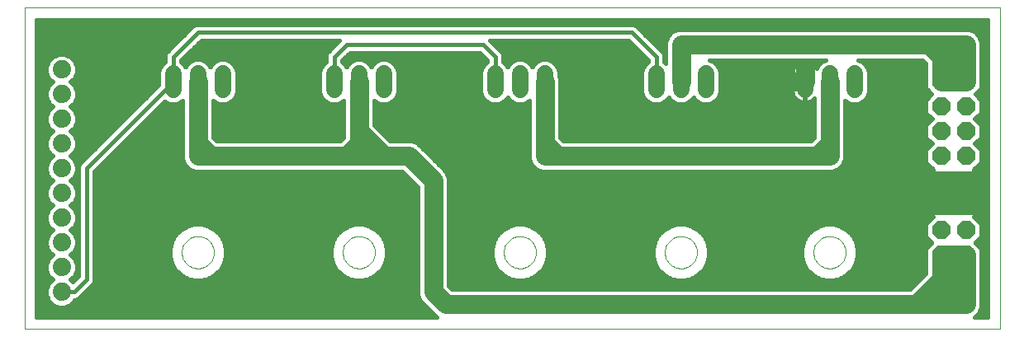
<source format=gtl>
G75*
%MOIN*%
%OFA0B0*%
%FSLAX24Y24*%
%IPPOS*%
%LPD*%
%AMOC8*
5,1,8,0,0,1.08239X$1,22.5*
%
%ADD10C,0.0000*%
%ADD11C,0.0660*%
%ADD12OC8,0.0740*%
%ADD13C,0.0740*%
%ADD14C,0.0760*%
%ADD15C,0.0160*%
%ADD16R,0.1660X0.1660*%
D10*
X000180Y000180D02*
X000180Y013176D01*
X039550Y013176D01*
X039550Y000180D01*
X000180Y000180D01*
X006530Y003280D02*
X006532Y003330D01*
X006538Y003380D01*
X006548Y003430D01*
X006561Y003478D01*
X006578Y003526D01*
X006599Y003572D01*
X006623Y003616D01*
X006651Y003658D01*
X006682Y003698D01*
X006716Y003735D01*
X006753Y003770D01*
X006792Y003801D01*
X006833Y003830D01*
X006877Y003855D01*
X006923Y003877D01*
X006970Y003895D01*
X007018Y003909D01*
X007067Y003920D01*
X007117Y003927D01*
X007167Y003930D01*
X007218Y003929D01*
X007268Y003924D01*
X007318Y003915D01*
X007366Y003903D01*
X007414Y003886D01*
X007460Y003866D01*
X007505Y003843D01*
X007548Y003816D01*
X007588Y003786D01*
X007626Y003753D01*
X007661Y003717D01*
X007694Y003678D01*
X007723Y003637D01*
X007749Y003594D01*
X007772Y003549D01*
X007791Y003502D01*
X007806Y003454D01*
X007818Y003405D01*
X007826Y003355D01*
X007830Y003305D01*
X007830Y003255D01*
X007826Y003205D01*
X007818Y003155D01*
X007806Y003106D01*
X007791Y003058D01*
X007772Y003011D01*
X007749Y002966D01*
X007723Y002923D01*
X007694Y002882D01*
X007661Y002843D01*
X007626Y002807D01*
X007588Y002774D01*
X007548Y002744D01*
X007505Y002717D01*
X007460Y002694D01*
X007414Y002674D01*
X007366Y002657D01*
X007318Y002645D01*
X007268Y002636D01*
X007218Y002631D01*
X007167Y002630D01*
X007117Y002633D01*
X007067Y002640D01*
X007018Y002651D01*
X006970Y002665D01*
X006923Y002683D01*
X006877Y002705D01*
X006833Y002730D01*
X006792Y002759D01*
X006753Y002790D01*
X006716Y002825D01*
X006682Y002862D01*
X006651Y002902D01*
X006623Y002944D01*
X006599Y002988D01*
X006578Y003034D01*
X006561Y003082D01*
X006548Y003130D01*
X006538Y003180D01*
X006532Y003230D01*
X006530Y003280D01*
X013030Y003280D02*
X013032Y003330D01*
X013038Y003380D01*
X013048Y003430D01*
X013061Y003478D01*
X013078Y003526D01*
X013099Y003572D01*
X013123Y003616D01*
X013151Y003658D01*
X013182Y003698D01*
X013216Y003735D01*
X013253Y003770D01*
X013292Y003801D01*
X013333Y003830D01*
X013377Y003855D01*
X013423Y003877D01*
X013470Y003895D01*
X013518Y003909D01*
X013567Y003920D01*
X013617Y003927D01*
X013667Y003930D01*
X013718Y003929D01*
X013768Y003924D01*
X013818Y003915D01*
X013866Y003903D01*
X013914Y003886D01*
X013960Y003866D01*
X014005Y003843D01*
X014048Y003816D01*
X014088Y003786D01*
X014126Y003753D01*
X014161Y003717D01*
X014194Y003678D01*
X014223Y003637D01*
X014249Y003594D01*
X014272Y003549D01*
X014291Y003502D01*
X014306Y003454D01*
X014318Y003405D01*
X014326Y003355D01*
X014330Y003305D01*
X014330Y003255D01*
X014326Y003205D01*
X014318Y003155D01*
X014306Y003106D01*
X014291Y003058D01*
X014272Y003011D01*
X014249Y002966D01*
X014223Y002923D01*
X014194Y002882D01*
X014161Y002843D01*
X014126Y002807D01*
X014088Y002774D01*
X014048Y002744D01*
X014005Y002717D01*
X013960Y002694D01*
X013914Y002674D01*
X013866Y002657D01*
X013818Y002645D01*
X013768Y002636D01*
X013718Y002631D01*
X013667Y002630D01*
X013617Y002633D01*
X013567Y002640D01*
X013518Y002651D01*
X013470Y002665D01*
X013423Y002683D01*
X013377Y002705D01*
X013333Y002730D01*
X013292Y002759D01*
X013253Y002790D01*
X013216Y002825D01*
X013182Y002862D01*
X013151Y002902D01*
X013123Y002944D01*
X013099Y002988D01*
X013078Y003034D01*
X013061Y003082D01*
X013048Y003130D01*
X013038Y003180D01*
X013032Y003230D01*
X013030Y003280D01*
X019530Y003280D02*
X019532Y003330D01*
X019538Y003380D01*
X019548Y003430D01*
X019561Y003478D01*
X019578Y003526D01*
X019599Y003572D01*
X019623Y003616D01*
X019651Y003658D01*
X019682Y003698D01*
X019716Y003735D01*
X019753Y003770D01*
X019792Y003801D01*
X019833Y003830D01*
X019877Y003855D01*
X019923Y003877D01*
X019970Y003895D01*
X020018Y003909D01*
X020067Y003920D01*
X020117Y003927D01*
X020167Y003930D01*
X020218Y003929D01*
X020268Y003924D01*
X020318Y003915D01*
X020366Y003903D01*
X020414Y003886D01*
X020460Y003866D01*
X020505Y003843D01*
X020548Y003816D01*
X020588Y003786D01*
X020626Y003753D01*
X020661Y003717D01*
X020694Y003678D01*
X020723Y003637D01*
X020749Y003594D01*
X020772Y003549D01*
X020791Y003502D01*
X020806Y003454D01*
X020818Y003405D01*
X020826Y003355D01*
X020830Y003305D01*
X020830Y003255D01*
X020826Y003205D01*
X020818Y003155D01*
X020806Y003106D01*
X020791Y003058D01*
X020772Y003011D01*
X020749Y002966D01*
X020723Y002923D01*
X020694Y002882D01*
X020661Y002843D01*
X020626Y002807D01*
X020588Y002774D01*
X020548Y002744D01*
X020505Y002717D01*
X020460Y002694D01*
X020414Y002674D01*
X020366Y002657D01*
X020318Y002645D01*
X020268Y002636D01*
X020218Y002631D01*
X020167Y002630D01*
X020117Y002633D01*
X020067Y002640D01*
X020018Y002651D01*
X019970Y002665D01*
X019923Y002683D01*
X019877Y002705D01*
X019833Y002730D01*
X019792Y002759D01*
X019753Y002790D01*
X019716Y002825D01*
X019682Y002862D01*
X019651Y002902D01*
X019623Y002944D01*
X019599Y002988D01*
X019578Y003034D01*
X019561Y003082D01*
X019548Y003130D01*
X019538Y003180D01*
X019532Y003230D01*
X019530Y003280D01*
X026030Y003280D02*
X026032Y003330D01*
X026038Y003380D01*
X026048Y003430D01*
X026061Y003478D01*
X026078Y003526D01*
X026099Y003572D01*
X026123Y003616D01*
X026151Y003658D01*
X026182Y003698D01*
X026216Y003735D01*
X026253Y003770D01*
X026292Y003801D01*
X026333Y003830D01*
X026377Y003855D01*
X026423Y003877D01*
X026470Y003895D01*
X026518Y003909D01*
X026567Y003920D01*
X026617Y003927D01*
X026667Y003930D01*
X026718Y003929D01*
X026768Y003924D01*
X026818Y003915D01*
X026866Y003903D01*
X026914Y003886D01*
X026960Y003866D01*
X027005Y003843D01*
X027048Y003816D01*
X027088Y003786D01*
X027126Y003753D01*
X027161Y003717D01*
X027194Y003678D01*
X027223Y003637D01*
X027249Y003594D01*
X027272Y003549D01*
X027291Y003502D01*
X027306Y003454D01*
X027318Y003405D01*
X027326Y003355D01*
X027330Y003305D01*
X027330Y003255D01*
X027326Y003205D01*
X027318Y003155D01*
X027306Y003106D01*
X027291Y003058D01*
X027272Y003011D01*
X027249Y002966D01*
X027223Y002923D01*
X027194Y002882D01*
X027161Y002843D01*
X027126Y002807D01*
X027088Y002774D01*
X027048Y002744D01*
X027005Y002717D01*
X026960Y002694D01*
X026914Y002674D01*
X026866Y002657D01*
X026818Y002645D01*
X026768Y002636D01*
X026718Y002631D01*
X026667Y002630D01*
X026617Y002633D01*
X026567Y002640D01*
X026518Y002651D01*
X026470Y002665D01*
X026423Y002683D01*
X026377Y002705D01*
X026333Y002730D01*
X026292Y002759D01*
X026253Y002790D01*
X026216Y002825D01*
X026182Y002862D01*
X026151Y002902D01*
X026123Y002944D01*
X026099Y002988D01*
X026078Y003034D01*
X026061Y003082D01*
X026048Y003130D01*
X026038Y003180D01*
X026032Y003230D01*
X026030Y003280D01*
X032030Y003280D02*
X032032Y003330D01*
X032038Y003380D01*
X032048Y003430D01*
X032061Y003478D01*
X032078Y003526D01*
X032099Y003572D01*
X032123Y003616D01*
X032151Y003658D01*
X032182Y003698D01*
X032216Y003735D01*
X032253Y003770D01*
X032292Y003801D01*
X032333Y003830D01*
X032377Y003855D01*
X032423Y003877D01*
X032470Y003895D01*
X032518Y003909D01*
X032567Y003920D01*
X032617Y003927D01*
X032667Y003930D01*
X032718Y003929D01*
X032768Y003924D01*
X032818Y003915D01*
X032866Y003903D01*
X032914Y003886D01*
X032960Y003866D01*
X033005Y003843D01*
X033048Y003816D01*
X033088Y003786D01*
X033126Y003753D01*
X033161Y003717D01*
X033194Y003678D01*
X033223Y003637D01*
X033249Y003594D01*
X033272Y003549D01*
X033291Y003502D01*
X033306Y003454D01*
X033318Y003405D01*
X033326Y003355D01*
X033330Y003305D01*
X033330Y003255D01*
X033326Y003205D01*
X033318Y003155D01*
X033306Y003106D01*
X033291Y003058D01*
X033272Y003011D01*
X033249Y002966D01*
X033223Y002923D01*
X033194Y002882D01*
X033161Y002843D01*
X033126Y002807D01*
X033088Y002774D01*
X033048Y002744D01*
X033005Y002717D01*
X032960Y002694D01*
X032914Y002674D01*
X032866Y002657D01*
X032818Y002645D01*
X032768Y002636D01*
X032718Y002631D01*
X032667Y002630D01*
X032617Y002633D01*
X032567Y002640D01*
X032518Y002651D01*
X032470Y002665D01*
X032423Y002683D01*
X032377Y002705D01*
X032333Y002730D01*
X032292Y002759D01*
X032253Y002790D01*
X032216Y002825D01*
X032182Y002862D01*
X032151Y002902D01*
X032123Y002944D01*
X032099Y002988D01*
X032078Y003034D01*
X032061Y003082D01*
X032048Y003130D01*
X032038Y003180D01*
X032032Y003230D01*
X032030Y003280D01*
D11*
X031680Y009850D02*
X031680Y010510D01*
X032680Y010510D02*
X032680Y009850D01*
X033680Y009850D02*
X033680Y010510D01*
X027680Y010510D02*
X027680Y009850D01*
X026680Y009850D02*
X026680Y010510D01*
X025680Y010510D02*
X025680Y009850D01*
X021180Y009850D02*
X021180Y010510D01*
X020180Y010510D02*
X020180Y009850D01*
X019180Y009850D02*
X019180Y010510D01*
X014680Y010510D02*
X014680Y009850D01*
X013680Y009850D02*
X013680Y010510D01*
X012680Y010510D02*
X012680Y009850D01*
X008180Y009850D02*
X008180Y010510D01*
X007180Y010510D02*
X007180Y009850D01*
X006180Y009850D02*
X006180Y010510D01*
D12*
X037180Y010180D03*
X038180Y010180D03*
X038180Y011180D03*
X037180Y011180D03*
X037180Y009180D03*
X038180Y009180D03*
X038180Y008180D03*
X037180Y008180D03*
X037180Y007180D03*
X038180Y007180D03*
X038180Y006180D03*
X037180Y006180D03*
X037180Y005180D03*
X038180Y005180D03*
X038180Y004180D03*
X037180Y004180D03*
X037180Y003180D03*
X038180Y003180D03*
X038180Y002180D03*
X037180Y002180D03*
D13*
X001680Y001680D03*
X001680Y002680D03*
X001680Y003680D03*
X001680Y004680D03*
X001680Y005680D03*
X001680Y006680D03*
X001680Y007680D03*
X001680Y008680D03*
X001680Y009680D03*
X001680Y010680D03*
D14*
X007180Y010180D02*
X007180Y007680D01*
X007680Y007180D01*
X013180Y007180D01*
X014680Y007180D01*
X015680Y007180D01*
X016680Y006180D01*
X016680Y001680D01*
X017180Y001180D01*
X036180Y001180D01*
X038180Y001180D01*
X038180Y002180D01*
X037180Y002180D01*
X037680Y002680D01*
X037180Y003180D02*
X038180Y003180D01*
X038180Y002180D01*
X037180Y002180D02*
X037180Y003180D01*
X037180Y002180D02*
X036180Y001180D01*
X037180Y001680D02*
X037680Y001680D01*
X037180Y005180D02*
X036680Y005180D01*
X037180Y005180D02*
X037180Y006180D01*
X037680Y005680D01*
X037180Y006180D02*
X036680Y006180D01*
X037180Y006180D02*
X038180Y006180D01*
X038180Y005180D01*
X037180Y005180D01*
X038180Y005180D02*
X038680Y005180D01*
X038680Y006180D02*
X038180Y006180D01*
X032680Y007180D02*
X032180Y007180D01*
X032680Y007680D01*
X032680Y010180D01*
X032680Y007180D01*
X032180Y007180D02*
X021680Y007180D01*
X021180Y007180D01*
X021180Y007680D01*
X021680Y007180D01*
X021180Y007680D02*
X021180Y010180D01*
X026680Y010180D02*
X026680Y011680D01*
X036680Y011680D01*
X038180Y011680D01*
X038180Y011180D01*
X037680Y010680D01*
X037180Y011180D01*
X038180Y011180D01*
X038180Y010180D01*
X037180Y010180D01*
X037180Y011180D01*
X036680Y011680D01*
X031680Y010680D02*
X031680Y010180D01*
X031180Y010180D01*
X014680Y007180D02*
X013680Y008180D01*
X013680Y010180D01*
X013680Y007680D01*
X013180Y007180D01*
X007680Y007180D02*
X007180Y007180D01*
X007180Y007680D01*
D15*
X007800Y007937D02*
X007937Y007800D01*
X012923Y007800D01*
X013060Y007937D01*
X013060Y009424D01*
X013003Y009367D01*
X012793Y009280D01*
X012567Y009280D01*
X012357Y009367D01*
X012197Y009527D01*
X012110Y009737D01*
X012110Y010623D01*
X012197Y010833D01*
X012357Y010993D01*
X012360Y010994D01*
X012360Y011244D01*
X012409Y011361D01*
X012907Y011860D01*
X007313Y011860D01*
X006500Y011047D01*
X006500Y010994D01*
X006503Y010993D01*
X006663Y010833D01*
X006680Y010792D01*
X006697Y010833D01*
X006857Y010993D01*
X007067Y011080D01*
X007293Y011080D01*
X007503Y010993D01*
X007663Y010833D01*
X007680Y010792D01*
X007697Y010833D01*
X007857Y010993D01*
X008067Y011080D01*
X008293Y011080D01*
X008503Y010993D01*
X008663Y010833D01*
X008750Y010623D01*
X008750Y009737D01*
X008663Y009527D01*
X008503Y009367D01*
X008293Y009280D01*
X008067Y009280D01*
X007857Y009367D01*
X007800Y009424D01*
X007800Y007937D01*
X007800Y007947D02*
X013060Y007947D01*
X013060Y008105D02*
X007800Y008105D01*
X007800Y008264D02*
X013060Y008264D01*
X013060Y008422D02*
X007800Y008422D01*
X007800Y008581D02*
X013060Y008581D01*
X013060Y008739D02*
X007800Y008739D01*
X007800Y008898D02*
X013060Y008898D01*
X013060Y009056D02*
X007800Y009056D01*
X007800Y009215D02*
X013060Y009215D01*
X013060Y009373D02*
X013009Y009373D01*
X012351Y009373D02*
X008509Y009373D01*
X008665Y009532D02*
X012195Y009532D01*
X012129Y009690D02*
X008731Y009690D01*
X008750Y009849D02*
X012110Y009849D01*
X012110Y010007D02*
X008750Y010007D01*
X008750Y010166D02*
X012110Y010166D01*
X012110Y010324D02*
X008750Y010324D01*
X008750Y010483D02*
X012110Y010483D01*
X012117Y010641D02*
X008743Y010641D01*
X008677Y010800D02*
X012183Y010800D01*
X012322Y010958D02*
X008538Y010958D01*
X007822Y010958D02*
X007538Y010958D01*
X006822Y010958D02*
X006538Y010958D01*
X006569Y011117D02*
X012360Y011117D01*
X012373Y011275D02*
X006728Y011275D01*
X006886Y011434D02*
X012481Y011434D01*
X012639Y011592D02*
X007045Y011592D01*
X007203Y011751D02*
X012798Y011751D01*
X013180Y011680D02*
X018680Y011680D01*
X019180Y011180D01*
X019180Y010180D01*
X018610Y010166D02*
X015250Y010166D01*
X015250Y010324D02*
X018610Y010324D01*
X018610Y010483D02*
X015250Y010483D01*
X015250Y010623D02*
X015163Y010833D01*
X015003Y010993D01*
X014793Y011080D01*
X014567Y011080D01*
X014357Y010993D01*
X014197Y010833D01*
X014180Y010792D01*
X014163Y010833D01*
X014003Y010993D01*
X013793Y011080D01*
X013567Y011080D01*
X013357Y010993D01*
X013197Y010833D01*
X013180Y010792D01*
X013163Y010833D01*
X013003Y010993D01*
X013000Y010994D01*
X013000Y011047D01*
X013313Y011360D01*
X018547Y011360D01*
X018860Y011047D01*
X018860Y010994D01*
X018857Y010993D01*
X018697Y010833D01*
X018610Y010623D01*
X018610Y009737D01*
X018697Y009527D01*
X018857Y009367D01*
X019067Y009280D01*
X019293Y009280D01*
X019503Y009367D01*
X019663Y009527D01*
X019680Y009568D01*
X019697Y009527D01*
X019857Y009367D01*
X020067Y009280D01*
X020293Y009280D01*
X020503Y009367D01*
X020560Y009424D01*
X020560Y007057D01*
X020654Y006829D01*
X020829Y006654D01*
X021057Y006560D01*
X032803Y006560D01*
X033031Y006654D01*
X033206Y006829D01*
X033300Y007057D01*
X033300Y009424D01*
X033357Y009367D01*
X033567Y009280D01*
X033793Y009280D01*
X034003Y009367D01*
X034163Y009527D01*
X034250Y009737D01*
X034250Y010623D01*
X034163Y010833D01*
X034003Y010993D01*
X033842Y011060D01*
X036423Y011060D01*
X036560Y010923D01*
X036560Y010057D01*
X036570Y010033D01*
X036570Y009927D01*
X036644Y009853D01*
X036654Y009829D01*
X036810Y009673D01*
X036570Y009433D01*
X036570Y008927D01*
X036817Y008680D01*
X036570Y008433D01*
X036570Y007927D01*
X036817Y007680D01*
X036570Y007433D01*
X036570Y006927D01*
X036860Y006638D01*
X036630Y006408D01*
X036630Y006200D01*
X037160Y006200D01*
X037160Y006160D01*
X036630Y006160D01*
X036630Y005952D01*
X036902Y005680D01*
X036630Y005408D01*
X036630Y005200D01*
X037160Y005200D01*
X037160Y006160D01*
X037200Y006160D01*
X037200Y006200D01*
X037730Y006200D01*
X038160Y006200D01*
X038160Y006160D01*
X037200Y006160D01*
X037200Y005630D01*
X037200Y005200D01*
X037160Y005200D01*
X037160Y005160D01*
X036630Y005160D01*
X036630Y004952D01*
X036860Y004722D01*
X036570Y004433D01*
X036570Y003927D01*
X036810Y003687D01*
X036654Y003531D01*
X036644Y003507D01*
X036570Y003433D01*
X036570Y003327D01*
X036560Y003303D01*
X036560Y002437D01*
X035923Y001800D01*
X017437Y001800D01*
X017300Y001937D01*
X017300Y006303D01*
X017206Y006531D01*
X017031Y006706D01*
X016031Y007706D01*
X015803Y007800D01*
X014937Y007800D01*
X014300Y008437D01*
X014300Y009424D01*
X014357Y009367D01*
X014567Y009280D01*
X014793Y009280D01*
X015003Y009367D01*
X015163Y009527D01*
X015250Y009737D01*
X015250Y010623D01*
X015243Y010641D02*
X018617Y010641D01*
X018683Y010800D02*
X015177Y010800D01*
X015038Y010958D02*
X018822Y010958D01*
X018791Y011117D02*
X013069Y011117D01*
X013038Y010958D02*
X013322Y010958D01*
X013183Y010800D02*
X013177Y010800D01*
X014038Y010958D02*
X014322Y010958D01*
X014183Y010800D02*
X014177Y010800D01*
X013228Y011275D02*
X018632Y011275D01*
X018953Y011860D02*
X019361Y011451D01*
X019451Y011361D01*
X019500Y011244D01*
X019500Y010994D01*
X019503Y010993D01*
X019663Y010833D01*
X019680Y010792D01*
X019697Y010833D01*
X019857Y010993D01*
X020067Y011080D01*
X020293Y011080D01*
X020503Y010993D01*
X020663Y010833D01*
X020680Y010792D01*
X020697Y010833D01*
X020857Y010993D01*
X021067Y011080D01*
X021293Y011080D01*
X021503Y010993D01*
X021663Y010833D01*
X021750Y010623D01*
X021750Y010424D01*
X021800Y010303D01*
X021800Y007937D01*
X021937Y007800D01*
X031923Y007800D01*
X032060Y007937D01*
X032060Y009509D01*
X032012Y009461D01*
X031947Y009414D01*
X031876Y009377D01*
X031799Y009353D01*
X031720Y009340D01*
X031710Y009340D01*
X031710Y010150D01*
X031650Y010150D01*
X031650Y009340D01*
X031640Y009340D01*
X031561Y009353D01*
X031484Y009377D01*
X031413Y009414D01*
X031348Y009461D01*
X031291Y009518D01*
X031244Y009583D01*
X031207Y009654D01*
X031183Y009731D01*
X031170Y009810D01*
X031170Y010150D01*
X031650Y010150D01*
X031650Y010210D01*
X031650Y011020D01*
X031640Y011020D01*
X031561Y011007D01*
X031484Y010983D01*
X031413Y010946D01*
X031348Y010899D01*
X031291Y010842D01*
X031244Y010777D01*
X031207Y010706D01*
X031183Y010629D01*
X031170Y010550D01*
X031170Y010210D01*
X031650Y010210D01*
X031710Y010210D01*
X031710Y011020D01*
X031720Y011020D01*
X031799Y011007D01*
X031876Y010983D01*
X031947Y010946D01*
X032012Y010899D01*
X032069Y010842D01*
X032116Y010777D01*
X032148Y010715D01*
X032197Y010833D01*
X032357Y010993D01*
X032518Y011060D01*
X027842Y011060D01*
X028003Y010993D01*
X028163Y010833D01*
X028250Y010623D01*
X028250Y009737D01*
X028163Y009527D01*
X028003Y009367D01*
X027793Y009280D01*
X027567Y009280D01*
X027357Y009367D01*
X027197Y009527D01*
X027180Y009568D01*
X027163Y009527D01*
X027003Y009367D01*
X026793Y009280D01*
X026567Y009280D01*
X026357Y009367D01*
X026197Y009527D01*
X026180Y009568D01*
X026163Y009527D01*
X026003Y009367D01*
X025793Y009280D01*
X025567Y009280D01*
X025357Y009367D01*
X025197Y009527D01*
X025110Y009737D01*
X025110Y010623D01*
X025197Y010833D01*
X025357Y010993D01*
X025360Y010994D01*
X025360Y011047D01*
X024547Y011860D01*
X018953Y011860D01*
X019062Y011751D02*
X024657Y011751D01*
X024815Y011592D02*
X019221Y011592D01*
X019379Y011434D02*
X024974Y011434D01*
X025132Y011275D02*
X019487Y011275D01*
X019500Y011117D02*
X025291Y011117D01*
X025322Y010958D02*
X021538Y010958D01*
X021677Y010800D02*
X025183Y010800D01*
X025117Y010641D02*
X021743Y010641D01*
X021750Y010483D02*
X025110Y010483D01*
X025110Y010324D02*
X021791Y010324D01*
X021800Y010166D02*
X025110Y010166D01*
X025110Y010007D02*
X021800Y010007D01*
X021800Y009849D02*
X025110Y009849D01*
X025129Y009690D02*
X021800Y009690D01*
X021800Y009532D02*
X025195Y009532D01*
X025351Y009373D02*
X021800Y009373D01*
X021800Y009215D02*
X032060Y009215D01*
X032060Y009056D02*
X021800Y009056D01*
X021800Y008898D02*
X032060Y008898D01*
X032060Y008739D02*
X021800Y008739D01*
X021800Y008581D02*
X032060Y008581D01*
X032060Y008422D02*
X021800Y008422D01*
X021800Y008264D02*
X032060Y008264D01*
X032060Y008105D02*
X021800Y008105D01*
X021800Y007947D02*
X032060Y007947D01*
X033300Y007947D02*
X036570Y007947D01*
X036570Y008105D02*
X033300Y008105D01*
X033300Y008264D02*
X036570Y008264D01*
X036570Y008422D02*
X033300Y008422D01*
X033300Y008581D02*
X036718Y008581D01*
X036758Y008739D02*
X033300Y008739D01*
X033300Y008898D02*
X036600Y008898D01*
X036570Y009056D02*
X033300Y009056D01*
X033300Y009215D02*
X036570Y009215D01*
X036570Y009373D02*
X034009Y009373D01*
X034165Y009532D02*
X036669Y009532D01*
X036793Y009690D02*
X034231Y009690D01*
X034250Y009849D02*
X036646Y009849D01*
X036570Y010007D02*
X034250Y010007D01*
X034250Y010166D02*
X036560Y010166D01*
X036560Y010324D02*
X034250Y010324D01*
X034250Y010483D02*
X036560Y010483D01*
X036560Y010641D02*
X034243Y010641D01*
X034177Y010800D02*
X036560Y010800D01*
X036525Y010958D02*
X034038Y010958D01*
X032322Y010958D02*
X031924Y010958D01*
X031710Y010958D02*
X031650Y010958D01*
X031436Y010958D02*
X028038Y010958D01*
X028177Y010800D02*
X031260Y010800D01*
X031186Y010641D02*
X028243Y010641D01*
X028250Y010483D02*
X031170Y010483D01*
X031170Y010324D02*
X028250Y010324D01*
X028250Y010166D02*
X031650Y010166D01*
X031650Y010324D02*
X031710Y010324D01*
X031710Y010483D02*
X031650Y010483D01*
X031650Y010641D02*
X031710Y010641D01*
X031710Y010800D02*
X031650Y010800D01*
X032100Y010800D02*
X032183Y010800D01*
X031710Y010007D02*
X031650Y010007D01*
X031650Y009849D02*
X031710Y009849D01*
X031710Y009690D02*
X031650Y009690D01*
X031650Y009532D02*
X031710Y009532D01*
X031710Y009373D02*
X031650Y009373D01*
X031498Y009373D02*
X028009Y009373D01*
X028165Y009532D02*
X031281Y009532D01*
X031196Y009690D02*
X028231Y009690D01*
X028250Y009849D02*
X031170Y009849D01*
X031170Y010007D02*
X028250Y010007D01*
X027195Y009532D02*
X027165Y009532D01*
X027009Y009373D02*
X027351Y009373D01*
X026351Y009373D02*
X026009Y009373D01*
X026165Y009532D02*
X026195Y009532D01*
X025680Y010180D02*
X025680Y011180D01*
X024680Y012180D01*
X007180Y012180D01*
X006180Y011180D01*
X006180Y010180D01*
X002680Y006680D01*
X002680Y002180D01*
X002180Y001680D01*
X001680Y001680D01*
X001116Y001448D02*
X000660Y001448D01*
X000660Y001290D02*
X001208Y001290D01*
X001163Y001334D02*
X001334Y001163D01*
X001559Y001070D01*
X001801Y001070D01*
X002026Y001163D01*
X002197Y001334D01*
X002208Y001360D01*
X002244Y001360D01*
X002361Y001409D01*
X002861Y001909D01*
X002951Y001999D01*
X003000Y002116D01*
X003000Y006547D01*
X005838Y009386D01*
X005857Y009367D01*
X006067Y009280D01*
X006293Y009280D01*
X006503Y009367D01*
X006560Y009424D01*
X006560Y007057D01*
X006654Y006829D01*
X006829Y006654D01*
X007057Y006560D01*
X015423Y006560D01*
X016060Y005923D01*
X016060Y001557D01*
X016154Y001329D01*
X016654Y000829D01*
X016823Y000660D01*
X000660Y000660D01*
X000660Y012696D01*
X039070Y012696D01*
X039070Y000660D01*
X038537Y000660D01*
X038706Y000829D01*
X038800Y001057D01*
X038800Y003303D01*
X038790Y003327D01*
X038790Y003433D01*
X038716Y003507D01*
X038706Y003531D01*
X038550Y003687D01*
X038790Y003927D01*
X038790Y004433D01*
X038500Y004722D01*
X038730Y004952D01*
X038730Y005160D01*
X038200Y005160D01*
X038200Y005200D01*
X038730Y005200D01*
X038730Y005408D01*
X038458Y005680D01*
X038730Y005952D01*
X038730Y006160D01*
X038200Y006160D01*
X038200Y006200D01*
X038730Y006200D01*
X038730Y006408D01*
X038500Y006638D01*
X038790Y006927D01*
X038790Y007433D01*
X038543Y007680D01*
X038790Y007927D01*
X038790Y008433D01*
X038543Y008680D01*
X038790Y008927D01*
X038790Y009433D01*
X038550Y009673D01*
X038706Y009829D01*
X038716Y009853D01*
X038790Y009927D01*
X038790Y010033D01*
X038800Y010057D01*
X038800Y011803D01*
X038706Y012031D01*
X038531Y012206D01*
X038303Y012300D01*
X026557Y012300D01*
X026329Y012206D01*
X026154Y012031D01*
X026060Y011803D01*
X026060Y010936D01*
X026003Y010993D01*
X026000Y010994D01*
X026000Y011244D01*
X025951Y011361D01*
X025861Y011451D01*
X024861Y012451D01*
X024744Y012500D01*
X007116Y012500D01*
X006999Y012451D01*
X006909Y012361D01*
X005909Y011361D01*
X005860Y011244D01*
X005860Y010994D01*
X005857Y010993D01*
X005697Y010833D01*
X005610Y010623D01*
X005610Y010063D01*
X002409Y006861D01*
X002360Y006744D01*
X002360Y002313D01*
X002135Y002088D01*
X002043Y002180D01*
X002197Y002334D01*
X002290Y002559D01*
X002290Y002801D01*
X002197Y003026D01*
X002043Y003180D01*
X002197Y003334D01*
X002290Y003559D01*
X002290Y003801D01*
X002197Y004026D01*
X002043Y004180D01*
X002197Y004334D01*
X002290Y004559D01*
X002290Y004801D01*
X002197Y005026D01*
X002043Y005180D01*
X002197Y005334D01*
X002290Y005559D01*
X002290Y005801D01*
X002197Y006026D01*
X002043Y006180D01*
X002197Y006334D01*
X002290Y006559D01*
X002290Y006801D01*
X002197Y007026D01*
X002043Y007180D01*
X002197Y007334D01*
X002290Y007559D01*
X002290Y007801D01*
X002197Y008026D01*
X002043Y008180D01*
X002197Y008334D01*
X002290Y008559D01*
X002290Y008801D01*
X002197Y009026D01*
X002043Y009180D01*
X002197Y009334D01*
X002290Y009559D01*
X002290Y009801D01*
X002197Y010026D01*
X002043Y010180D01*
X002197Y010334D01*
X002290Y010559D01*
X002290Y010801D01*
X002197Y011026D01*
X002026Y011197D01*
X001801Y011290D01*
X001559Y011290D01*
X001334Y011197D01*
X001163Y011026D01*
X001070Y010801D01*
X001070Y010559D01*
X001163Y010334D01*
X001317Y010180D01*
X001163Y010026D01*
X001070Y009801D01*
X001070Y009559D01*
X001163Y009334D01*
X001317Y009180D01*
X001163Y009026D01*
X001070Y008801D01*
X001070Y008559D01*
X001163Y008334D01*
X001317Y008180D01*
X001163Y008026D01*
X001070Y007801D01*
X001070Y007559D01*
X001163Y007334D01*
X001317Y007180D01*
X001163Y007026D01*
X001070Y006801D01*
X001070Y006559D01*
X001163Y006334D01*
X001317Y006180D01*
X001163Y006026D01*
X001070Y005801D01*
X001070Y005559D01*
X001163Y005334D01*
X001317Y005180D01*
X001163Y005026D01*
X001070Y004801D01*
X001070Y004559D01*
X001163Y004334D01*
X001317Y004180D01*
X001163Y004026D01*
X001070Y003801D01*
X001070Y003559D01*
X001163Y003334D01*
X001317Y003180D01*
X001163Y003026D01*
X001070Y002801D01*
X001070Y002559D01*
X001163Y002334D01*
X001317Y002180D01*
X001163Y002026D01*
X001070Y001801D01*
X001070Y001559D01*
X001163Y001334D01*
X001411Y001131D02*
X000660Y001131D01*
X000660Y000973D02*
X016511Y000973D01*
X016352Y001131D02*
X001949Y001131D01*
X002152Y001290D02*
X016194Y001290D01*
X016105Y001448D02*
X002401Y001448D01*
X002559Y001607D02*
X016060Y001607D01*
X016060Y001765D02*
X002718Y001765D01*
X002876Y001924D02*
X016060Y001924D01*
X016060Y002082D02*
X002986Y002082D01*
X003000Y002241D02*
X006720Y002241D01*
X006744Y002227D02*
X007031Y002150D01*
X007329Y002150D01*
X007616Y002227D01*
X007874Y002376D01*
X008084Y002586D01*
X008233Y002844D01*
X008310Y003131D01*
X008310Y003429D01*
X008233Y003716D01*
X008084Y003974D01*
X007874Y004184D01*
X007616Y004333D01*
X007329Y004410D01*
X007031Y004410D01*
X006744Y004333D01*
X006486Y004184D01*
X006276Y003974D01*
X006127Y003716D01*
X006050Y003429D01*
X006050Y003131D01*
X006127Y002844D01*
X006276Y002586D01*
X006486Y002376D01*
X006744Y002227D01*
X006463Y002399D02*
X003000Y002399D01*
X003000Y002558D02*
X006304Y002558D01*
X006201Y002716D02*
X003000Y002716D01*
X003000Y002875D02*
X006119Y002875D01*
X006076Y003033D02*
X003000Y003033D01*
X003000Y003192D02*
X006050Y003192D01*
X006050Y003350D02*
X003000Y003350D01*
X003000Y003509D02*
X006071Y003509D01*
X006114Y003667D02*
X003000Y003667D01*
X003000Y003826D02*
X006190Y003826D01*
X006286Y003984D02*
X003000Y003984D01*
X003000Y004143D02*
X006444Y004143D01*
X006688Y004301D02*
X003000Y004301D01*
X003000Y004460D02*
X016060Y004460D01*
X016060Y004618D02*
X003000Y004618D01*
X003000Y004777D02*
X016060Y004777D01*
X016060Y004935D02*
X003000Y004935D01*
X003000Y005094D02*
X016060Y005094D01*
X016060Y005252D02*
X003000Y005252D01*
X003000Y005411D02*
X016060Y005411D01*
X016060Y005569D02*
X003000Y005569D01*
X003000Y005728D02*
X016060Y005728D01*
X016060Y005886D02*
X003000Y005886D01*
X003000Y006045D02*
X015939Y006045D01*
X015780Y006203D02*
X003000Y006203D01*
X003000Y006362D02*
X015622Y006362D01*
X015463Y006520D02*
X003000Y006520D01*
X003131Y006679D02*
X006805Y006679D01*
X006651Y006837D02*
X003290Y006837D01*
X003448Y006996D02*
X006585Y006996D01*
X006560Y007154D02*
X003607Y007154D01*
X003765Y007313D02*
X006560Y007313D01*
X006560Y007471D02*
X003924Y007471D01*
X004082Y007630D02*
X006560Y007630D01*
X006560Y007788D02*
X004241Y007788D01*
X004399Y007947D02*
X006560Y007947D01*
X006560Y008105D02*
X004558Y008105D01*
X004716Y008264D02*
X006560Y008264D01*
X006560Y008422D02*
X004875Y008422D01*
X005033Y008581D02*
X006560Y008581D01*
X006560Y008739D02*
X005192Y008739D01*
X005350Y008898D02*
X006560Y008898D01*
X006560Y009056D02*
X005509Y009056D01*
X005667Y009215D02*
X006560Y009215D01*
X006560Y009373D02*
X006509Y009373D01*
X005851Y009373D02*
X005826Y009373D01*
X005237Y009690D02*
X002290Y009690D01*
X002279Y009532D02*
X005079Y009532D01*
X004920Y009373D02*
X002213Y009373D01*
X002077Y009215D02*
X004762Y009215D01*
X004603Y009056D02*
X002167Y009056D01*
X002250Y008898D02*
X004445Y008898D01*
X004286Y008739D02*
X002290Y008739D01*
X002290Y008581D02*
X004128Y008581D01*
X003969Y008422D02*
X002233Y008422D01*
X002126Y008264D02*
X003811Y008264D01*
X003652Y008105D02*
X002118Y008105D01*
X002230Y007947D02*
X003494Y007947D01*
X003335Y007788D02*
X002290Y007788D01*
X002290Y007630D02*
X003177Y007630D01*
X003018Y007471D02*
X002254Y007471D01*
X002175Y007313D02*
X002860Y007313D01*
X002701Y007154D02*
X002069Y007154D01*
X002210Y006996D02*
X002543Y006996D01*
X002399Y006837D02*
X002275Y006837D01*
X002290Y006679D02*
X002360Y006679D01*
X002360Y006520D02*
X002274Y006520D01*
X002208Y006362D02*
X002360Y006362D01*
X002360Y006203D02*
X002066Y006203D01*
X002178Y006045D02*
X002360Y006045D01*
X002360Y005886D02*
X002255Y005886D01*
X002290Y005728D02*
X002360Y005728D01*
X002360Y005569D02*
X002290Y005569D01*
X002229Y005411D02*
X002360Y005411D01*
X002360Y005252D02*
X002115Y005252D01*
X002129Y005094D02*
X002360Y005094D01*
X002360Y004935D02*
X002235Y004935D01*
X002290Y004777D02*
X002360Y004777D01*
X002360Y004618D02*
X002290Y004618D01*
X002249Y004460D02*
X002360Y004460D01*
X002360Y004301D02*
X002164Y004301D01*
X002080Y004143D02*
X002360Y004143D01*
X002360Y003984D02*
X002214Y003984D01*
X002280Y003826D02*
X002360Y003826D01*
X002360Y003667D02*
X002290Y003667D01*
X002269Y003509D02*
X002360Y003509D01*
X002360Y003350D02*
X002204Y003350D01*
X002054Y003192D02*
X002360Y003192D01*
X002360Y003033D02*
X002190Y003033D01*
X002260Y002875D02*
X002360Y002875D01*
X002360Y002716D02*
X002290Y002716D01*
X002290Y002558D02*
X002360Y002558D01*
X002360Y002399D02*
X002224Y002399D01*
X002288Y002241D02*
X002103Y002241D01*
X001257Y002241D02*
X000660Y002241D01*
X000660Y002399D02*
X001136Y002399D01*
X001070Y002558D02*
X000660Y002558D01*
X000660Y002716D02*
X001070Y002716D01*
X001100Y002875D02*
X000660Y002875D01*
X000660Y003033D02*
X001170Y003033D01*
X001306Y003192D02*
X000660Y003192D01*
X000660Y003350D02*
X001156Y003350D01*
X001091Y003509D02*
X000660Y003509D01*
X000660Y003667D02*
X001070Y003667D01*
X001080Y003826D02*
X000660Y003826D01*
X000660Y003984D02*
X001146Y003984D01*
X001280Y004143D02*
X000660Y004143D01*
X000660Y004301D02*
X001196Y004301D01*
X001111Y004460D02*
X000660Y004460D01*
X000660Y004618D02*
X001070Y004618D01*
X001070Y004777D02*
X000660Y004777D01*
X000660Y004935D02*
X001125Y004935D01*
X001231Y005094D02*
X000660Y005094D01*
X000660Y005252D02*
X001245Y005252D01*
X001131Y005411D02*
X000660Y005411D01*
X000660Y005569D02*
X001070Y005569D01*
X001070Y005728D02*
X000660Y005728D01*
X000660Y005886D02*
X001105Y005886D01*
X001182Y006045D02*
X000660Y006045D01*
X000660Y006203D02*
X001294Y006203D01*
X001152Y006362D02*
X000660Y006362D01*
X000660Y006520D02*
X001086Y006520D01*
X001070Y006679D02*
X000660Y006679D01*
X000660Y006837D02*
X001085Y006837D01*
X001150Y006996D02*
X000660Y006996D01*
X000660Y007154D02*
X001291Y007154D01*
X001185Y007313D02*
X000660Y007313D01*
X000660Y007471D02*
X001106Y007471D01*
X001070Y007630D02*
X000660Y007630D01*
X000660Y007788D02*
X001070Y007788D01*
X001130Y007947D02*
X000660Y007947D01*
X000660Y008105D02*
X001242Y008105D01*
X001234Y008264D02*
X000660Y008264D01*
X000660Y008422D02*
X001127Y008422D01*
X001070Y008581D02*
X000660Y008581D01*
X000660Y008739D02*
X001070Y008739D01*
X001110Y008898D02*
X000660Y008898D01*
X000660Y009056D02*
X001193Y009056D01*
X001283Y009215D02*
X000660Y009215D01*
X000660Y009373D02*
X001147Y009373D01*
X001081Y009532D02*
X000660Y009532D01*
X000660Y009690D02*
X001070Y009690D01*
X001090Y009849D02*
X000660Y009849D01*
X000660Y010007D02*
X001155Y010007D01*
X001303Y010166D02*
X000660Y010166D01*
X000660Y010324D02*
X001173Y010324D01*
X001102Y010483D02*
X000660Y010483D01*
X000660Y010641D02*
X001070Y010641D01*
X001070Y010800D02*
X000660Y010800D01*
X000660Y010958D02*
X001135Y010958D01*
X001254Y011117D02*
X000660Y011117D01*
X000660Y011275D02*
X001522Y011275D01*
X001838Y011275D02*
X005873Y011275D01*
X005860Y011117D02*
X002106Y011117D01*
X002225Y010958D02*
X005822Y010958D01*
X005683Y010800D02*
X002290Y010800D01*
X002290Y010641D02*
X005617Y010641D01*
X005610Y010483D02*
X002258Y010483D01*
X002187Y010324D02*
X005610Y010324D01*
X005610Y010166D02*
X002057Y010166D01*
X002205Y010007D02*
X005554Y010007D01*
X005396Y009849D02*
X002270Y009849D01*
X006677Y010800D02*
X006683Y010800D01*
X007677Y010800D02*
X007683Y010800D01*
X005981Y011434D02*
X000660Y011434D01*
X000660Y011592D02*
X006139Y011592D01*
X006298Y011751D02*
X000660Y011751D01*
X000660Y011909D02*
X006456Y011909D01*
X006615Y012068D02*
X000660Y012068D01*
X000660Y012226D02*
X006773Y012226D01*
X006932Y012385D02*
X000660Y012385D01*
X000660Y012543D02*
X039070Y012543D01*
X039070Y012385D02*
X024928Y012385D01*
X025087Y012226D02*
X026378Y012226D01*
X026191Y012068D02*
X025245Y012068D01*
X025404Y011909D02*
X026104Y011909D01*
X026060Y011751D02*
X025562Y011751D01*
X025721Y011592D02*
X026060Y011592D01*
X026060Y011434D02*
X025879Y011434D01*
X025987Y011275D02*
X026060Y011275D01*
X026060Y011117D02*
X026000Y011117D01*
X026038Y010958D02*
X026060Y010958D01*
X020822Y010958D02*
X020538Y010958D01*
X020677Y010800D02*
X020683Y010800D01*
X019822Y010958D02*
X019538Y010958D01*
X019677Y010800D02*
X019683Y010800D01*
X018610Y010007D02*
X015250Y010007D01*
X015250Y009849D02*
X018610Y009849D01*
X018629Y009690D02*
X015231Y009690D01*
X015165Y009532D02*
X018695Y009532D01*
X018851Y009373D02*
X015009Y009373D01*
X014351Y009373D02*
X014300Y009373D01*
X014300Y009215D02*
X020560Y009215D01*
X020560Y009056D02*
X014300Y009056D01*
X014300Y008898D02*
X020560Y008898D01*
X020560Y008739D02*
X014300Y008739D01*
X014300Y008581D02*
X020560Y008581D01*
X020560Y008422D02*
X014315Y008422D01*
X014473Y008264D02*
X020560Y008264D01*
X020560Y008105D02*
X014632Y008105D01*
X014790Y007947D02*
X020560Y007947D01*
X020560Y007788D02*
X015832Y007788D01*
X016107Y007630D02*
X020560Y007630D01*
X020560Y007471D02*
X016266Y007471D01*
X016424Y007313D02*
X020560Y007313D01*
X020560Y007154D02*
X016583Y007154D01*
X016741Y006996D02*
X020585Y006996D01*
X020651Y006837D02*
X016900Y006837D01*
X017058Y006679D02*
X020805Y006679D01*
X017300Y006203D02*
X036630Y006203D01*
X036630Y006045D02*
X017300Y006045D01*
X017300Y005886D02*
X036696Y005886D01*
X037160Y005886D02*
X037200Y005886D01*
X037200Y006045D02*
X037160Y006045D01*
X037458Y005680D02*
X037680Y005902D01*
X037902Y005680D01*
X037680Y005458D01*
X037458Y005680D01*
X037505Y005728D02*
X037855Y005728D01*
X037791Y005569D02*
X037569Y005569D01*
X037200Y005569D02*
X037160Y005569D01*
X037160Y005411D02*
X037200Y005411D01*
X037200Y005252D02*
X037160Y005252D01*
X037200Y005200D02*
X037630Y005200D01*
X038160Y005200D01*
X038160Y006160D01*
X038200Y006160D01*
X038200Y005730D01*
X038200Y005200D01*
X038160Y005200D01*
X038160Y005160D01*
X037200Y005160D01*
X037200Y005200D01*
X036630Y005252D02*
X017300Y005252D01*
X017300Y005094D02*
X036630Y005094D01*
X036647Y004935D02*
X017300Y004935D01*
X017300Y004777D02*
X036806Y004777D01*
X036755Y004618D02*
X017300Y004618D01*
X017300Y004460D02*
X036597Y004460D01*
X036570Y004301D02*
X033172Y004301D01*
X033116Y004333D02*
X032829Y004410D01*
X032531Y004410D01*
X032244Y004333D01*
X031986Y004184D01*
X031776Y003974D01*
X031627Y003716D01*
X031550Y003429D01*
X031550Y003131D01*
X031627Y002844D01*
X031776Y002586D01*
X031986Y002376D01*
X032244Y002227D01*
X032531Y002150D01*
X032829Y002150D01*
X033116Y002227D01*
X033374Y002376D01*
X033584Y002586D01*
X033733Y002844D01*
X033810Y003131D01*
X033810Y003429D01*
X033733Y003716D01*
X033584Y003974D01*
X033374Y004184D01*
X033116Y004333D01*
X033416Y004143D02*
X036570Y004143D01*
X036570Y003984D02*
X033574Y003984D01*
X033670Y003826D02*
X036672Y003826D01*
X036790Y003667D02*
X033746Y003667D01*
X033789Y003509D02*
X036645Y003509D01*
X036570Y003350D02*
X033810Y003350D01*
X033810Y003192D02*
X036560Y003192D01*
X036560Y003033D02*
X033784Y003033D01*
X033741Y002875D02*
X036560Y002875D01*
X036560Y002716D02*
X033659Y002716D01*
X033556Y002558D02*
X036560Y002558D01*
X036522Y002399D02*
X033397Y002399D01*
X033140Y002241D02*
X036364Y002241D01*
X036205Y002082D02*
X017300Y002082D01*
X017300Y002241D02*
X019720Y002241D01*
X019744Y002227D02*
X020031Y002150D01*
X020329Y002150D01*
X020616Y002227D01*
X020874Y002376D01*
X021084Y002586D01*
X021233Y002844D01*
X021310Y003131D01*
X021310Y003429D01*
X021233Y003716D01*
X021084Y003974D01*
X020874Y004184D01*
X020616Y004333D01*
X020329Y004410D01*
X020031Y004410D01*
X019744Y004333D01*
X019486Y004184D01*
X019276Y003974D01*
X019127Y003716D01*
X019050Y003429D01*
X019050Y003131D01*
X019127Y002844D01*
X019276Y002586D01*
X019486Y002376D01*
X019744Y002227D01*
X019463Y002399D02*
X017300Y002399D01*
X017300Y002558D02*
X019304Y002558D01*
X019201Y002716D02*
X017300Y002716D01*
X017300Y002875D02*
X019119Y002875D01*
X019076Y003033D02*
X017300Y003033D01*
X017300Y003192D02*
X019050Y003192D01*
X019050Y003350D02*
X017300Y003350D01*
X017300Y003509D02*
X019071Y003509D01*
X019114Y003667D02*
X017300Y003667D01*
X017300Y003826D02*
X019190Y003826D01*
X019286Y003984D02*
X017300Y003984D01*
X017300Y004143D02*
X019444Y004143D01*
X019688Y004301D02*
X017300Y004301D01*
X016060Y004301D02*
X014172Y004301D01*
X014116Y004333D02*
X013829Y004410D01*
X013531Y004410D01*
X013244Y004333D01*
X012986Y004184D01*
X012776Y003974D01*
X012627Y003716D01*
X012550Y003429D01*
X012550Y003131D01*
X012627Y002844D01*
X012776Y002586D01*
X012986Y002376D01*
X013244Y002227D01*
X013531Y002150D01*
X013829Y002150D01*
X014116Y002227D01*
X014374Y002376D01*
X014584Y002586D01*
X014733Y002844D01*
X014810Y003131D01*
X014810Y003429D01*
X014733Y003716D01*
X014584Y003974D01*
X014374Y004184D01*
X014116Y004333D01*
X014416Y004143D02*
X016060Y004143D01*
X016060Y003984D02*
X014574Y003984D01*
X014670Y003826D02*
X016060Y003826D01*
X016060Y003667D02*
X014746Y003667D01*
X014789Y003509D02*
X016060Y003509D01*
X016060Y003350D02*
X014810Y003350D01*
X014810Y003192D02*
X016060Y003192D01*
X016060Y003033D02*
X014784Y003033D01*
X014741Y002875D02*
X016060Y002875D01*
X016060Y002716D02*
X014659Y002716D01*
X014556Y002558D02*
X016060Y002558D01*
X016060Y002399D02*
X014397Y002399D01*
X014140Y002241D02*
X016060Y002241D01*
X017313Y001924D02*
X036047Y001924D01*
X038800Y001924D02*
X039070Y001924D01*
X039070Y002082D02*
X038800Y002082D01*
X038800Y002241D02*
X039070Y002241D01*
X039070Y002399D02*
X038800Y002399D01*
X038800Y002558D02*
X039070Y002558D01*
X039070Y002716D02*
X038800Y002716D01*
X038800Y002875D02*
X039070Y002875D01*
X039070Y003033D02*
X038800Y003033D01*
X038800Y003192D02*
X039070Y003192D01*
X039070Y003350D02*
X038790Y003350D01*
X038715Y003509D02*
X039070Y003509D01*
X039070Y003667D02*
X038570Y003667D01*
X038688Y003826D02*
X039070Y003826D01*
X039070Y003984D02*
X038790Y003984D01*
X038790Y004143D02*
X039070Y004143D01*
X039070Y004301D02*
X038790Y004301D01*
X038763Y004460D02*
X039070Y004460D01*
X039070Y004618D02*
X038605Y004618D01*
X038554Y004777D02*
X039070Y004777D01*
X039070Y004935D02*
X038713Y004935D01*
X038730Y005094D02*
X039070Y005094D01*
X039070Y005252D02*
X038730Y005252D01*
X038727Y005411D02*
X039070Y005411D01*
X039070Y005569D02*
X038569Y005569D01*
X038505Y005728D02*
X039070Y005728D01*
X039070Y005886D02*
X038664Y005886D01*
X038730Y006045D02*
X039070Y006045D01*
X039070Y006203D02*
X038730Y006203D01*
X038730Y006362D02*
X039070Y006362D01*
X039070Y006520D02*
X038618Y006520D01*
X038541Y006679D02*
X039070Y006679D01*
X039070Y006837D02*
X038700Y006837D01*
X038790Y006996D02*
X039070Y006996D01*
X039070Y007154D02*
X038790Y007154D01*
X038790Y007313D02*
X039070Y007313D01*
X039070Y007471D02*
X038752Y007471D01*
X038593Y007630D02*
X039070Y007630D01*
X039070Y007788D02*
X038651Y007788D01*
X038790Y007947D02*
X039070Y007947D01*
X039070Y008105D02*
X038790Y008105D01*
X038790Y008264D02*
X039070Y008264D01*
X039070Y008422D02*
X038790Y008422D01*
X038642Y008581D02*
X039070Y008581D01*
X039070Y008739D02*
X038602Y008739D01*
X038760Y008898D02*
X039070Y008898D01*
X039070Y009056D02*
X038790Y009056D01*
X038790Y009215D02*
X039070Y009215D01*
X039070Y009373D02*
X038790Y009373D01*
X038691Y009532D02*
X039070Y009532D01*
X039070Y009690D02*
X038567Y009690D01*
X038714Y009849D02*
X039070Y009849D01*
X039070Y010007D02*
X038790Y010007D01*
X038800Y010166D02*
X039070Y010166D01*
X039070Y010324D02*
X038800Y010324D01*
X038800Y010483D02*
X039070Y010483D01*
X039070Y010641D02*
X038800Y010641D01*
X038800Y010800D02*
X039070Y010800D01*
X039070Y010958D02*
X038800Y010958D01*
X038800Y011117D02*
X039070Y011117D01*
X039070Y011275D02*
X038800Y011275D01*
X038800Y011434D02*
X039070Y011434D01*
X039070Y011592D02*
X038800Y011592D01*
X038800Y011751D02*
X039070Y011751D01*
X039070Y011909D02*
X038756Y011909D01*
X038669Y012068D02*
X039070Y012068D01*
X039070Y012226D02*
X038482Y012226D01*
X033351Y009373D02*
X033300Y009373D01*
X032060Y009373D02*
X031862Y009373D01*
X033300Y007788D02*
X036709Y007788D01*
X036767Y007630D02*
X033300Y007630D01*
X033300Y007471D02*
X036608Y007471D01*
X036570Y007313D02*
X033300Y007313D01*
X033300Y007154D02*
X036570Y007154D01*
X036570Y006996D02*
X033275Y006996D01*
X033209Y006837D02*
X036660Y006837D01*
X036819Y006679D02*
X033055Y006679D01*
X036630Y006362D02*
X017276Y006362D01*
X017210Y006520D02*
X036742Y006520D01*
X038160Y006045D02*
X038200Y006045D01*
X038200Y005886D02*
X038160Y005886D01*
X037696Y005886D02*
X037664Y005886D01*
X037200Y005728D02*
X037160Y005728D01*
X036855Y005728D02*
X017300Y005728D01*
X017300Y005569D02*
X036791Y005569D01*
X036633Y005411D02*
X017300Y005411D01*
X020672Y004301D02*
X026188Y004301D01*
X026244Y004333D02*
X025986Y004184D01*
X025776Y003974D01*
X025627Y003716D01*
X025550Y003429D01*
X025550Y003131D01*
X025627Y002844D01*
X025776Y002586D01*
X025986Y002376D01*
X026244Y002227D01*
X026531Y002150D01*
X026829Y002150D01*
X027116Y002227D01*
X027374Y002376D01*
X027584Y002586D01*
X027733Y002844D01*
X027810Y003131D01*
X027810Y003429D01*
X027733Y003716D01*
X027584Y003974D01*
X027374Y004184D01*
X027116Y004333D01*
X026829Y004410D01*
X026531Y004410D01*
X026244Y004333D01*
X025944Y004143D02*
X020916Y004143D01*
X021074Y003984D02*
X025786Y003984D01*
X025690Y003826D02*
X021170Y003826D01*
X021246Y003667D02*
X025614Y003667D01*
X025571Y003509D02*
X021289Y003509D01*
X021310Y003350D02*
X025550Y003350D01*
X025550Y003192D02*
X021310Y003192D01*
X021284Y003033D02*
X025576Y003033D01*
X025619Y002875D02*
X021241Y002875D01*
X021159Y002716D02*
X025701Y002716D01*
X025804Y002558D02*
X021056Y002558D01*
X020897Y002399D02*
X025963Y002399D01*
X026220Y002241D02*
X020640Y002241D01*
X016669Y000814D02*
X000660Y000814D01*
X000660Y001607D02*
X001070Y001607D01*
X001070Y001765D02*
X000660Y001765D01*
X000660Y001924D02*
X001121Y001924D01*
X001219Y002082D02*
X000660Y002082D01*
X007640Y002241D02*
X013220Y002241D01*
X012963Y002399D02*
X007897Y002399D01*
X008056Y002558D02*
X012804Y002558D01*
X012701Y002716D02*
X008159Y002716D01*
X008241Y002875D02*
X012619Y002875D01*
X012576Y003033D02*
X008284Y003033D01*
X008310Y003192D02*
X012550Y003192D01*
X012550Y003350D02*
X008310Y003350D01*
X008289Y003509D02*
X012571Y003509D01*
X012614Y003667D02*
X008246Y003667D01*
X008170Y003826D02*
X012690Y003826D01*
X012786Y003984D02*
X008074Y003984D01*
X007916Y004143D02*
X012944Y004143D01*
X013188Y004301D02*
X007672Y004301D01*
X007800Y009373D02*
X007851Y009373D01*
X012680Y010180D02*
X012680Y011180D01*
X013180Y011680D01*
X019665Y009532D02*
X019695Y009532D01*
X019851Y009373D02*
X019509Y009373D01*
X020509Y009373D02*
X020560Y009373D01*
X027172Y004301D02*
X032188Y004301D01*
X031944Y004143D02*
X027416Y004143D01*
X027574Y003984D02*
X031786Y003984D01*
X031690Y003826D02*
X027670Y003826D01*
X027746Y003667D02*
X031614Y003667D01*
X031571Y003509D02*
X027789Y003509D01*
X027810Y003350D02*
X031550Y003350D01*
X031550Y003192D02*
X027810Y003192D01*
X027784Y003033D02*
X031576Y003033D01*
X031619Y002875D02*
X027741Y002875D01*
X027659Y002716D02*
X031701Y002716D01*
X031804Y002558D02*
X027556Y002558D01*
X027397Y002399D02*
X031963Y002399D01*
X032220Y002241D02*
X027140Y002241D01*
X038160Y005252D02*
X038200Y005252D01*
X038200Y005411D02*
X038160Y005411D01*
X038160Y005569D02*
X038200Y005569D01*
X038200Y005728D02*
X038160Y005728D01*
X038800Y001765D02*
X039070Y001765D01*
X039070Y001607D02*
X038800Y001607D01*
X038800Y001448D02*
X039070Y001448D01*
X039070Y001290D02*
X038800Y001290D01*
X038800Y001131D02*
X039070Y001131D01*
X039070Y000973D02*
X038765Y000973D01*
X038691Y000814D02*
X039070Y000814D01*
D16*
X023680Y004180D03*
X010680Y004180D03*
X010180Y009680D03*
X017180Y009680D03*
X023680Y009680D03*
X029680Y009680D03*
M02*

</source>
